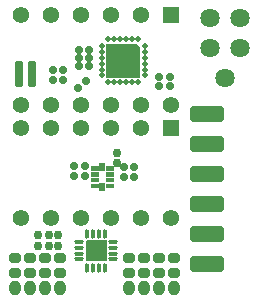
<source format=gts>
G04 Layer_Color=8388736*
%FSAX24Y24*%
%MOIN*%
G70*
G01*
G75*
%ADD17R,0.0630X0.0630*%
%ADD29R,0.0906X0.0906*%
%ADD69C,0.0546*%
%ADD70R,0.0546X0.0546*%
%ADD71C,0.0641*%
G04:AMPARAMS|DCode=72|XSize=31mil|YSize=39.6mil|CornerRadius=9.3mil|HoleSize=0mil|Usage=FLASHONLY|Rotation=90.000|XOffset=0mil|YOffset=0mil|HoleType=Round|Shape=RoundedRectangle|*
%AMROUNDEDRECTD72*
21,1,0.0310,0.0211,0,0,90.0*
21,1,0.0125,0.0396,0,0,90.0*
1,1,0.0185,0.0106,0.0062*
1,1,0.0185,0.0106,-0.0062*
1,1,0.0185,-0.0106,-0.0062*
1,1,0.0185,-0.0106,0.0062*
%
%ADD72ROUNDEDRECTD72*%
G04:AMPARAMS|DCode=73|XSize=26.3mil|YSize=24.7mil|CornerRadius=7.6mil|HoleSize=0mil|Usage=FLASHONLY|Rotation=90.000|XOffset=0mil|YOffset=0mil|HoleType=Round|Shape=RoundedRectangle|*
%AMROUNDEDRECTD73*
21,1,0.0263,0.0094,0,0,90.0*
21,1,0.0110,0.0247,0,0,90.0*
1,1,0.0152,0.0047,0.0055*
1,1,0.0152,0.0047,-0.0055*
1,1,0.0152,-0.0047,-0.0055*
1,1,0.0152,-0.0047,0.0055*
%
%ADD73ROUNDEDRECTD73*%
G04:AMPARAMS|DCode=74|XSize=31mil|YSize=15.2mil|CornerRadius=5.3mil|HoleSize=0mil|Usage=FLASHONLY|Rotation=180.000|XOffset=0mil|YOffset=0mil|HoleType=Round|Shape=RoundedRectangle|*
%AMROUNDEDRECTD74*
21,1,0.0310,0.0047,0,0,180.0*
21,1,0.0205,0.0152,0,0,180.0*
1,1,0.0105,-0.0102,0.0024*
1,1,0.0105,0.0102,0.0024*
1,1,0.0105,0.0102,-0.0024*
1,1,0.0105,-0.0102,-0.0024*
%
%ADD74ROUNDEDRECTD74*%
G04:AMPARAMS|DCode=75|XSize=31mil|YSize=15.2mil|CornerRadius=5.3mil|HoleSize=0mil|Usage=FLASHONLY|Rotation=270.000|XOffset=0mil|YOffset=0mil|HoleType=Round|Shape=RoundedRectangle|*
%AMROUNDEDRECTD75*
21,1,0.0310,0.0047,0,0,270.0*
21,1,0.0205,0.0152,0,0,270.0*
1,1,0.0105,-0.0024,-0.0102*
1,1,0.0105,-0.0024,0.0102*
1,1,0.0105,0.0024,0.0102*
1,1,0.0105,0.0024,-0.0102*
%
%ADD75ROUNDEDRECTD75*%
G04:AMPARAMS|DCode=76|XSize=56.2mil|YSize=115.2mil|CornerRadius=15.3mil|HoleSize=0mil|Usage=FLASHONLY|Rotation=270.000|XOffset=0mil|YOffset=0mil|HoleType=Round|Shape=RoundedRectangle|*
%AMROUNDEDRECTD76*
21,1,0.0562,0.0846,0,0,270.0*
21,1,0.0256,0.1152,0,0,270.0*
1,1,0.0306,-0.0423,-0.0128*
1,1,0.0306,-0.0423,0.0128*
1,1,0.0306,0.0423,0.0128*
1,1,0.0306,0.0423,-0.0128*
%
%ADD76ROUNDEDRECTD76*%
G04:AMPARAMS|DCode=77|XSize=25.1mil|YSize=24.7mil|CornerRadius=7.6mil|HoleSize=0mil|Usage=FLASHONLY|Rotation=180.000|XOffset=0mil|YOffset=0mil|HoleType=Round|Shape=RoundedRectangle|*
%AMROUNDEDRECTD77*
21,1,0.0251,0.0094,0,0,180.0*
21,1,0.0098,0.0247,0,0,180.0*
1,1,0.0152,-0.0049,0.0047*
1,1,0.0152,0.0049,0.0047*
1,1,0.0152,0.0049,-0.0047*
1,1,0.0152,-0.0049,-0.0047*
%
%ADD77ROUNDEDRECTD77*%
%ADD78R,0.0188X0.0298*%
%ADD79R,0.0278X0.0148*%
%ADD80R,0.0278X0.0168*%
G04:AMPARAMS|DCode=81|XSize=26.3mil|YSize=24.7mil|CornerRadius=7.6mil|HoleSize=0mil|Usage=FLASHONLY|Rotation=180.000|XOffset=0mil|YOffset=0mil|HoleType=Round|Shape=RoundedRectangle|*
%AMROUNDEDRECTD81*
21,1,0.0263,0.0094,0,0,180.0*
21,1,0.0110,0.0247,0,0,180.0*
1,1,0.0152,-0.0055,0.0047*
1,1,0.0152,0.0055,0.0047*
1,1,0.0152,0.0055,-0.0047*
1,1,0.0152,-0.0055,-0.0047*
%
%ADD81ROUNDEDRECTD81*%
G04:AMPARAMS|DCode=82|XSize=28.2mil|YSize=86.1mil|CornerRadius=8.4mil|HoleSize=0mil|Usage=FLASHONLY|Rotation=180.000|XOffset=0mil|YOffset=0mil|HoleType=Round|Shape=RoundedRectangle|*
%AMROUNDEDRECTD82*
21,1,0.0282,0.0693,0,0,180.0*
21,1,0.0114,0.0861,0,0,180.0*
1,1,0.0168,-0.0057,0.0346*
1,1,0.0168,0.0057,0.0346*
1,1,0.0168,0.0057,-0.0346*
1,1,0.0168,-0.0057,-0.0346*
%
%ADD82ROUNDEDRECTD82*%
G04:AMPARAMS|DCode=83|XSize=25.1mil|YSize=24.7mil|CornerRadius=7.6mil|HoleSize=0mil|Usage=FLASHONLY|Rotation=270.000|XOffset=0mil|YOffset=0mil|HoleType=Round|Shape=RoundedRectangle|*
%AMROUNDEDRECTD83*
21,1,0.0251,0.0094,0,0,270.0*
21,1,0.0098,0.0247,0,0,270.0*
1,1,0.0152,-0.0047,-0.0049*
1,1,0.0152,-0.0047,0.0049*
1,1,0.0152,0.0047,0.0049*
1,1,0.0152,0.0047,-0.0049*
%
%ADD83ROUNDEDRECTD83*%
G04:AMPARAMS|DCode=84|XSize=25.1mil|YSize=24.7mil|CornerRadius=7.6mil|HoleSize=0mil|Usage=FLASHONLY|Rotation=225.000|XOffset=0mil|YOffset=0mil|HoleType=Round|Shape=RoundedRectangle|*
%AMROUNDEDRECTD84*
21,1,0.0251,0.0094,0,0,225.0*
21,1,0.0098,0.0247,0,0,225.0*
1,1,0.0152,-0.0068,-0.0001*
1,1,0.0152,0.0001,0.0068*
1,1,0.0152,0.0068,0.0001*
1,1,0.0152,-0.0001,-0.0068*
%
%ADD84ROUNDEDRECTD84*%
G04:AMPARAMS|DCode=85|XSize=18.8mil|YSize=18mil|CornerRadius=5.6mil|HoleSize=0mil|Usage=FLASHONLY|Rotation=90.000|XOffset=0mil|YOffset=0mil|HoleType=Round|Shape=RoundedRectangle|*
%AMROUNDEDRECTD85*
21,1,0.0188,0.0068,0,0,90.0*
21,1,0.0075,0.0180,0,0,90.0*
1,1,0.0112,0.0034,0.0038*
1,1,0.0112,0.0034,-0.0038*
1,1,0.0112,-0.0034,-0.0038*
1,1,0.0112,-0.0034,0.0038*
%
%ADD85ROUNDEDRECTD85*%
G04:AMPARAMS|DCode=86|XSize=18.8mil|YSize=18mil|CornerRadius=5.6mil|HoleSize=0mil|Usage=FLASHONLY|Rotation=180.000|XOffset=0mil|YOffset=0mil|HoleType=Round|Shape=RoundedRectangle|*
%AMROUNDEDRECTD86*
21,1,0.0188,0.0068,0,0,180.0*
21,1,0.0075,0.0180,0,0,180.0*
1,1,0.0112,-0.0038,0.0034*
1,1,0.0112,0.0038,0.0034*
1,1,0.0112,0.0038,-0.0034*
1,1,0.0112,-0.0038,-0.0034*
%
%ADD86ROUNDEDRECTD86*%
%ADD87O,0.0400X0.0499*%
G36*
X005184Y003726D02*
X004916D01*
Y003883D01*
X005184D01*
Y003726D01*
D02*
G37*
G36*
X004684Y003923D02*
X004416D01*
Y004080D01*
X004684D01*
Y003923D01*
D02*
G37*
G36*
X005184D02*
X004916D01*
Y004080D01*
X005184D01*
Y003923D01*
D02*
G37*
G36*
X004938Y002004D02*
X004941Y002003D01*
X004944Y002002D01*
X004946Y002001D01*
X004949Y001999D01*
X004951Y001996D01*
X004952Y001994D01*
X004953Y001991D01*
X004954Y001988D01*
X004954Y001315D01*
X004954Y001312D01*
X004953Y001309D01*
X004952Y001306D01*
X004951Y001304D01*
X004949Y001301D01*
X004946Y001299D01*
X004944Y001298D01*
X004941Y001297D01*
X004938Y001296D01*
X004935Y001296D01*
X004600Y001296D01*
X004265Y001296D01*
X004262Y001296D01*
X004259Y001297D01*
X004256Y001298D01*
X004254Y001299D01*
X004251Y001301D01*
X004249Y001304D01*
X004248Y001306D01*
X004247Y001309D01*
X004246Y001312D01*
X004246Y001965D01*
X004285Y002004D01*
X004935D01*
X004938Y002004D01*
D02*
G37*
G36*
X004879Y003628D02*
X004721D01*
Y003895D01*
X004879D01*
Y003628D01*
D02*
G37*
G36*
X004684Y003726D02*
X004416D01*
Y003883D01*
X004684D01*
Y003726D01*
D02*
G37*
G36*
Y004317D02*
X004416D01*
Y004474D01*
X004684D01*
Y004317D01*
D02*
G37*
G36*
X005184D02*
X004916D01*
Y004474D01*
X005184D01*
Y004317D01*
D02*
G37*
G36*
X006071Y008433D02*
Y007429D01*
X006071Y007426D01*
X006070Y007423D01*
X006069Y007420D01*
X006067Y007417D01*
X006065Y007415D01*
X006063Y007413D01*
X006060Y007411D01*
X006057Y007410D01*
X006054Y007409D01*
X004949Y007409D01*
X004946Y007409D01*
X004943Y007410D01*
X004940Y007411D01*
X004937Y007413D01*
X004935Y007415D01*
X004933Y007417D01*
X004931Y007420D01*
X004930Y007423D01*
X004929Y007426D01*
X004929Y007429D01*
Y007980D01*
Y008531D01*
X004929Y008534D01*
X004930Y008537D01*
X004931Y008540D01*
X004933Y008543D01*
X004935Y008545D01*
X004937Y008547D01*
X004940Y008549D01*
X004943Y008550D01*
X004946Y008551D01*
X005953Y008551D01*
X006071Y008433D01*
D02*
G37*
G36*
X004684Y004120D02*
X004416D01*
Y004277D01*
X004684D01*
Y004120D01*
D02*
G37*
G36*
X005184D02*
X004916D01*
Y004277D01*
X005184D01*
Y004120D01*
D02*
G37*
G36*
X004879Y004305D02*
X004721D01*
Y004572D01*
X004879D01*
Y004305D01*
D02*
G37*
D17*
X004600Y001650D02*
D03*
D29*
X005500Y007980D02*
D03*
D69*
X002100Y009500D02*
D03*
X003100D02*
D03*
X004100D02*
D03*
X005100D02*
D03*
X006100D02*
D03*
X002100Y006500D02*
D03*
X003100D02*
D03*
X004100D02*
D03*
X005100D02*
D03*
X006100D02*
D03*
X007100D02*
D03*
X002100Y005750D02*
D03*
X003100D02*
D03*
X004100D02*
D03*
X005100D02*
D03*
X006100D02*
D03*
X002100Y002750D02*
D03*
X003100D02*
D03*
X004100D02*
D03*
X005100D02*
D03*
X006100D02*
D03*
X007100D02*
D03*
D70*
Y009500D02*
D03*
Y005750D02*
D03*
D71*
X009400Y009400D02*
D03*
Y008400D02*
D03*
X008900Y007400D02*
D03*
X008400Y008400D02*
D03*
Y009400D02*
D03*
D72*
X001900Y001412D02*
D03*
Y000888D02*
D03*
X002400D02*
D03*
Y001412D02*
D03*
X002900D02*
D03*
Y000888D02*
D03*
X003400D02*
D03*
Y001412D02*
D03*
X005700D02*
D03*
Y000888D02*
D03*
X006200D02*
D03*
Y001412D02*
D03*
X006700D02*
D03*
Y000888D02*
D03*
X007200D02*
D03*
Y001412D02*
D03*
D73*
X002673Y002158D02*
D03*
Y001820D02*
D03*
X003023Y002158D02*
D03*
Y001820D02*
D03*
X003323Y002158D02*
D03*
Y001820D02*
D03*
X005300Y004581D02*
D03*
Y004919D02*
D03*
D74*
X004037Y001945D02*
D03*
Y001748D02*
D03*
Y001552D02*
D03*
Y001355D02*
D03*
X005163D02*
D03*
Y001552D02*
D03*
Y001748D02*
D03*
X005163Y001945D02*
D03*
D75*
X004305Y001087D02*
D03*
X004502Y001087D02*
D03*
X004698D02*
D03*
X004895Y001087D02*
D03*
Y002213D02*
D03*
X004698Y002213D02*
D03*
X004502D02*
D03*
X004305Y002213D02*
D03*
D76*
X008300Y006200D02*
D03*
Y005200D02*
D03*
Y004200D02*
D03*
Y003200D02*
D03*
Y002200D02*
D03*
Y001200D02*
D03*
D77*
X003864Y004474D02*
D03*
X004215D02*
D03*
X004225Y004150D02*
D03*
X003875D02*
D03*
X004025Y008330D02*
D03*
X004375D02*
D03*
Y008060D02*
D03*
X004025D02*
D03*
X004375Y007790D02*
D03*
X004025D02*
D03*
D78*
X004800Y004439D02*
D03*
Y003761D02*
D03*
D79*
X005050Y004198D02*
D03*
Y004002D02*
D03*
X004550D02*
D03*
Y004198D02*
D03*
D80*
Y004395D02*
D03*
Y003805D02*
D03*
X005050D02*
D03*
Y004395D02*
D03*
D81*
X005531Y004450D02*
D03*
X005869D02*
D03*
X005531Y004100D02*
D03*
X005869D02*
D03*
X006706Y007146D02*
D03*
X007045D02*
D03*
X006706Y007446D02*
D03*
X007045D02*
D03*
D82*
X002030Y007550D02*
D03*
X002470D02*
D03*
D83*
X003150Y007325D02*
D03*
Y007675D02*
D03*
X003500Y007325D02*
D03*
Y007675D02*
D03*
D84*
X004000Y007056D02*
D03*
X004248Y007304D02*
D03*
D85*
X005992Y008698D02*
D03*
X005795D02*
D03*
X005598D02*
D03*
X005402D02*
D03*
X005205D02*
D03*
X005008D02*
D03*
Y007261D02*
D03*
X005205D02*
D03*
X005402D02*
D03*
X005598D02*
D03*
X005795D02*
D03*
X005992D02*
D03*
D86*
X004782Y008472D02*
D03*
Y008275D02*
D03*
Y008078D02*
D03*
Y007882D02*
D03*
Y007685D02*
D03*
Y007488D02*
D03*
X006219D02*
D03*
Y007685D02*
D03*
Y007882D02*
D03*
Y008078D02*
D03*
Y008275D02*
D03*
Y008472D02*
D03*
D87*
X001900Y000395D02*
D03*
X002400D02*
D03*
X002900D02*
D03*
X003400D02*
D03*
X005700D02*
D03*
X006200D02*
D03*
X006700D02*
D03*
X007200D02*
D03*
M02*

</source>
